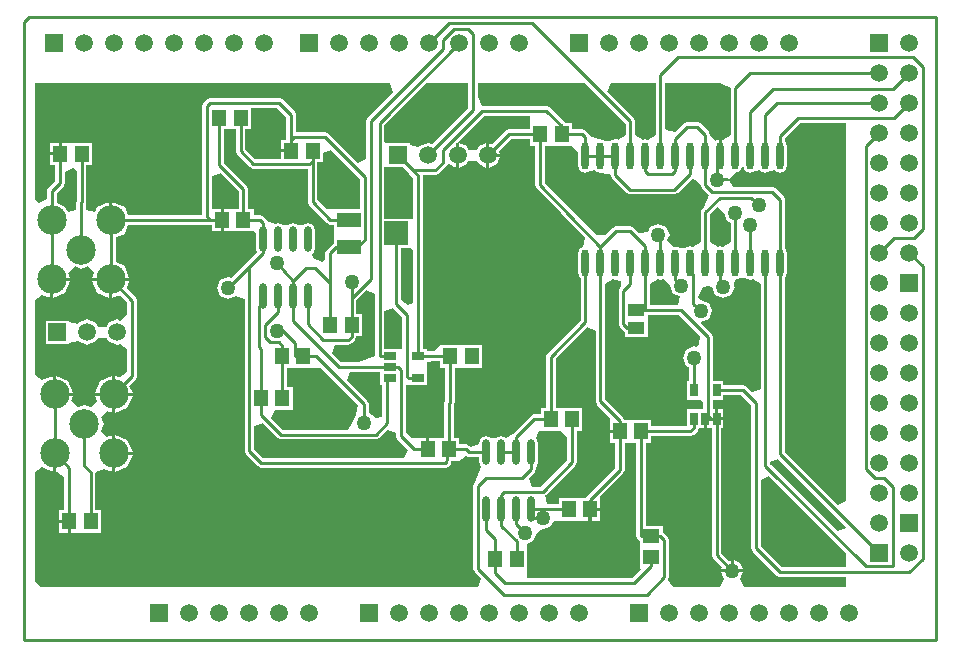
<source format=gtl>
%FSLAX42Y42*%
%MOMM*%
G71*
G01*
G75*
G04 Layer_Physical_Order=1*
G04 Layer_Color=255*
%ADD10R,1.20X1.40*%
%ADD11O,0.60X2.20*%
%ADD12R,1.40X1.20*%
%ADD13R,1.10X0.65*%
%ADD14R,1.40X1.10*%
%ADD15O,0.60X2.30*%
%ADD16R,2.00X1.30*%
%ADD17R,2.00X2.00*%
%ADD18R,0.65X1.10*%
%ADD19C,0.25*%
%ADD20R,1.50X1.50*%
%ADD21C,1.50*%
%ADD22C,2.50*%
%ADD23R,1.50X1.50*%
%ADD24C,1.27*%
G36*
X5355Y2758D02*
Y2490D01*
X5333D01*
Y2490D01*
X5208D01*
Y2806D01*
X5278Y2835D01*
X5355Y2758D01*
D02*
G37*
G36*
X7163Y3070D02*
X7163Y3070D01*
X7163Y3070D01*
X7207Y3062D01*
X7210Y3016D01*
X7202Y3009D01*
X7190Y2979D01*
Y2701D01*
X7190Y2701D01*
X7190Y2701D01*
X7202Y2672D01*
X7235Y2639D01*
X7235Y2639D01*
X7235D01*
X7235Y2639D01*
X7235D01*
Y2639D01*
D01*
D01*
D01*
D01*
X7235D01*
Y2639D01*
D01*
X7245Y2635D01*
Y2588D01*
X7436D01*
Y2738D01*
Y2777D01*
X7702D01*
X7880Y2599D01*
X7873Y2523D01*
X7843Y2504D01*
X7830Y2509D01*
X7762Y2481D01*
X7734Y2413D01*
X7762Y2345D01*
X7789Y2334D01*
Y2220D01*
X7772D01*
Y2059D01*
X7888D01*
D01*
X7888D01*
X7906Y2040D01*
Y1980D01*
X7772D01*
Y1832D01*
X7465D01*
Y1886D01*
X7294D01*
D01*
D01*
X7294Y1886D01*
X7285D01*
Y1886D01*
X7239D01*
X7229Y1910D01*
X7077Y2062D01*
Y3037D01*
X7140Y3080D01*
X7163Y3070D01*
D02*
G37*
G36*
X4608Y2330D02*
X4665Y2330D01*
X4985Y2010D01*
X4970Y1935D01*
X4964Y1932D01*
X4936Y1864D01*
X4936Y1864D01*
X4936Y1864D01*
X4895Y1804D01*
X4349D01*
X4249Y1904D01*
X4278Y1975D01*
X4430D01*
Y2166D01*
X4386D01*
Y2245D01*
X4384Y2251D01*
Y2330D01*
X4428Y2330D01*
D01*
D01*
X4437D01*
Y2330D01*
X4608D01*
Y2330D01*
D02*
G37*
G36*
X5125Y2956D02*
Y2432D01*
D01*
X4995Y2378D01*
X4837D01*
X4761Y2454D01*
X4790Y2524D01*
X4903D01*
X4932Y2536D01*
X4958Y2562D01*
X4970Y2591D01*
Y2597D01*
X5014D01*
Y2788D01*
X4970D01*
Y2900D01*
X5055Y2985D01*
X5125Y2956D01*
D02*
G37*
G36*
X8263Y3088D02*
X8263D01*
X8263Y3088D01*
X8263Y3088D01*
X8306Y3070D01*
X8328Y3080D01*
X8392Y3037D01*
Y2152D01*
X8321Y2123D01*
X8274Y2170D01*
X8245Y2182D01*
X8078D01*
Y2220D01*
X7989D01*
Y2590D01*
X7977Y2619D01*
X7884Y2712D01*
X7884Y2713D01*
X7952Y2741D01*
X7953Y2743D01*
X7953D01*
X7953Y2743D01*
X7980Y2808D01*
X7980D01*
D01*
D01*
X7980D01*
Y2808D01*
D01*
Y2808D01*
X7980Y2809D01*
X7978Y2814D01*
Y2814D01*
X7977Y2819D01*
X7952Y2877D01*
X7951Y2878D01*
Y2878D01*
X7951Y2878D01*
X7884Y2905D01*
X7884Y2905D01*
X7884Y2905D01*
X7864Y2919D01*
Y2925D01*
X7901Y3012D01*
X7956Y3023D01*
X7981Y3012D01*
D01*
X8009Y2944D01*
X8077Y2916D01*
X8144Y2944D01*
Y2944D01*
X8145Y2944D01*
X8173Y3012D01*
X8173Y3014D01*
D01*
X8171Y3017D01*
X8171Y3017D01*
X8166Y3031D01*
X8164Y3035D01*
X8179Y3070D01*
X8179D01*
X8179Y3070D01*
X8221Y3088D01*
Y3088D01*
X8262Y3091D01*
X8263Y3088D01*
D02*
G37*
G36*
X8085Y3643D02*
X8083Y3637D01*
X8111Y3569D01*
X8138Y3558D01*
Y3393D01*
X8074Y3351D01*
X8052Y3360D01*
X8029Y3351D01*
X7966Y3393D01*
Y3630D01*
X8022Y3686D01*
X8085Y3643D01*
D02*
G37*
G36*
X5431Y3342D02*
X5431D01*
X5453Y3320D01*
Y2876D01*
X5410Y2859D01*
X5347Y2901D01*
Y3342D01*
X5431D01*
D01*
D02*
G37*
G36*
X7627Y3029D02*
X7625Y3025D01*
X7654Y2957D01*
X7709Y2934D01*
X7694Y2859D01*
X7458D01*
Y3037D01*
X7521Y3080D01*
X7544Y3070D01*
X7573Y3082D01*
X7627Y3029D01*
D02*
G37*
G36*
X5679Y2330D02*
X5723D01*
Y2050D01*
X5713Y2024D01*
Y1734D01*
X5669Y1734D01*
D01*
X5660D01*
Y1734D01*
X5587D01*
Y1638D01*
X5562D01*
Y1734D01*
X5489D01*
Y1734D01*
X5440Y1734D01*
X5386Y1788D01*
Y2184D01*
X5412D01*
Y2184D01*
X5572D01*
Y2300D01*
D01*
Y2300D01*
X5572Y2300D01*
Y2374D01*
X5630Y2384D01*
D01*
X5679D01*
Y2330D01*
D02*
G37*
G36*
X9119Y983D02*
Y973D01*
X9048Y944D01*
X8474Y1518D01*
Y1528D01*
X8544Y1557D01*
X9119Y983D01*
D02*
G37*
G36*
X6995Y2641D02*
Y2045D01*
X6995Y2045D01*
X6995Y2045D01*
X7007Y2016D01*
X7121Y1901D01*
X7114Y1886D01*
X7114D01*
X7114Y1886D01*
Y1803D01*
X7200D01*
Y1778D01*
X7114D01*
Y1695D01*
X7159D01*
Y1480D01*
X6919Y1240D01*
X6913Y1226D01*
X6907D01*
X6907Y1226D01*
X6907Y1226D01*
X6863Y1226D01*
X6858D01*
X6853D01*
X6809Y1226D01*
X6809Y1226D01*
X6809Y1226D01*
X6683D01*
Y1172D01*
X6612D01*
X6609Y1173D01*
X6581D01*
X6566Y1248D01*
X6575Y1251D01*
Y1251D01*
X6575Y1251D01*
X6575Y1251D01*
Y1251D01*
X6825Y1501D01*
X6837Y1530D01*
X6837Y1530D01*
X6837Y1530D01*
Y1797D01*
X6881D01*
Y1988D01*
X6755D01*
X6755Y1988D01*
X6755Y1988D01*
X6710Y1988D01*
X6701D01*
Y1988D01*
X6657Y1988D01*
Y2402D01*
X6924Y2670D01*
X6995Y2641D01*
D02*
G37*
G36*
X8313Y2015D02*
Y803D01*
X8313Y803D01*
X8313Y803D01*
X8325Y773D01*
X8529Y569D01*
X8529Y569D01*
X8529D01*
X8529Y569D01*
X8529D01*
Y569D01*
D01*
D01*
D01*
D01*
X8529D01*
Y569D01*
D01*
X8559Y557D01*
X9119D01*
Y470D01*
X8250D01*
X8219Y544D01*
X8242Y599D01*
X8060D01*
X8083Y544D01*
X8052Y470D01*
X7652D01*
X7610Y533D01*
X7618Y554D01*
X7618Y554D01*
X7618Y554D01*
Y870D01*
X7606Y899D01*
X7573Y932D01*
X7563Y936D01*
Y988D01*
X7421D01*
Y1695D01*
X7465D01*
Y1749D01*
X7798D01*
X7827Y1762D01*
X7827Y1762D01*
X7827Y1762D01*
X7859Y1794D01*
X7869Y1819D01*
X7912D01*
Y1899D01*
X7938D01*
Y1819D01*
X7979D01*
Y743D01*
X7991Y714D01*
X8066Y639D01*
X8060Y625D01*
X8138D01*
Y703D01*
X8124Y697D01*
X8061Y760D01*
Y1819D01*
X8078D01*
Y1887D01*
X8020D01*
Y1899D01*
X8007D01*
Y1980D01*
X7989D01*
Y2059D01*
X8078D01*
Y2100D01*
X8228D01*
X8313Y2015D01*
D02*
G37*
G36*
X9119Y757D02*
Y639D01*
X8576D01*
X8395Y820D01*
Y1381D01*
X8466Y1410D01*
X9119Y757D01*
D02*
G37*
G36*
X6754Y1743D02*
Y1547D01*
X6528Y1321D01*
X6458D01*
X6429Y1392D01*
X6481Y1444D01*
X6493Y1473D01*
X6493D01*
D01*
X6493Y1473D01*
X6493D01*
X6493D01*
X6493D01*
X6493Y1473D01*
X6512Y1532D01*
D01*
X6512Y1532D01*
X6512Y1532D01*
Y1692D01*
X6494Y1734D01*
X6494Y1734D01*
D01*
D01*
X6520Y1797D01*
X6530D01*
Y1797D01*
X6700D01*
X6754Y1743D01*
D02*
G37*
G36*
X5172Y2279D02*
Y2184D01*
X5189D01*
Y1913D01*
X5132Y1902D01*
X5102Y1926D01*
X5100Y1932D01*
X5090Y1937D01*
X5073Y1950D01*
Y2022D01*
X5061Y2051D01*
X4887Y2225D01*
X4916Y2296D01*
X5172D01*
Y2279D01*
D02*
G37*
G36*
X4303Y1734D02*
X4303D01*
X4303Y1734D01*
X4303D01*
Y1734D01*
D01*
X4303D01*
Y1734D01*
X4332Y1722D01*
X5133D01*
X5162Y1734D01*
X5234Y1805D01*
X5304Y1776D01*
Y1754D01*
X5316Y1725D01*
X5405Y1636D01*
X5376Y1565D01*
X4183D01*
X4105Y1643D01*
Y1832D01*
X4176Y1861D01*
X4303Y1734D01*
D02*
G37*
G36*
X7339Y903D02*
X7351Y874D01*
X7372Y865D01*
Y817D01*
X7372Y817D01*
X7372Y808D01*
X7372D01*
Y637D01*
X7372Y637D01*
X7372D01*
X7379Y622D01*
X7302Y546D01*
X6411D01*
Y616D01*
X6411D01*
Y807D01*
X6411D01*
Y840D01*
X6469Y864D01*
X6497Y932D01*
X6497D01*
D01*
Y932D01*
X6497D01*
D01*
X6524Y955D01*
X6553Y961D01*
X6553Y960D01*
X6555Y961D01*
X6555Y961D01*
X6555D01*
Y961D01*
D01*
X6620Y988D01*
X6620Y988D01*
Y988D01*
X6621Y989D01*
X6640Y1035D01*
X6683D01*
X6683D01*
X6704Y1035D01*
X6704Y1035D01*
X6704Y1035D01*
X6853D01*
Y1035D01*
X6863D01*
X6907Y1035D01*
X6907Y1035D01*
X6907Y1035D01*
X6935D01*
Y1130D01*
X6948D01*
Y1143D01*
X7033D01*
Y1226D01*
X7033Y1226D01*
X7033D01*
X7030Y1235D01*
X7229Y1434D01*
X7229Y1434D01*
X7229Y1434D01*
X7241Y1463D01*
Y1695D01*
X7285Y1695D01*
D01*
D01*
X7294D01*
D01*
X7339Y1695D01*
Y903D01*
D02*
G37*
G36*
X7503Y4303D02*
X7439Y4261D01*
X7417Y4270D01*
X7394Y4261D01*
X7331Y4303D01*
Y4415D01*
X7319Y4444D01*
X7096Y4667D01*
X7125Y4737D01*
X7503D01*
Y4303D01*
D02*
G37*
G36*
X4377Y4453D02*
Y4261D01*
X4333D01*
Y4178D01*
X4419D01*
Y4153D01*
X4333D01*
Y4098D01*
X4115D01*
X4030Y4183D01*
Y4350D01*
X4074D01*
Y4531D01*
X4300D01*
X4377Y4453D01*
D02*
G37*
G36*
X5281Y4667D02*
X5065Y4450D01*
X5053Y4421D01*
Y4094D01*
X4983Y4065D01*
X4736Y4312D01*
X4707Y4324D01*
X4460D01*
Y4470D01*
X4448Y4500D01*
X4346Y4601D01*
X4317Y4613D01*
X3734D01*
X3705Y4601D01*
X3679Y4576D01*
X3667Y4547D01*
Y3623D01*
X3364D01*
X3355Y3619D01*
X3037D01*
X3007Y3693D01*
X2904Y3735D01*
Y3577D01*
X2879D01*
Y3735D01*
X2776Y3693D01*
X2758Y3647D01*
X2683Y3662D01*
Y3732D01*
X2684Y3735D01*
Y4045D01*
X2728D01*
Y4236D01*
X2602D01*
X2602Y4236D01*
X2602Y4236D01*
X2557Y4236D01*
X2553D01*
X2548D01*
X2503Y4236D01*
X2503Y4236D01*
X2503Y4236D01*
X2475D01*
Y4140D01*
X2463D01*
Y4128D01*
X2377D01*
Y4045D01*
X2421D01*
Y3911D01*
X2362Y3852D01*
X2350Y3823D01*
Y3762D01*
X2283Y3726D01*
X2248Y3749D01*
Y4737D01*
X5252D01*
X5281Y4667D01*
D02*
G37*
G36*
X7249Y4397D02*
Y4303D01*
X7185Y4261D01*
X7183Y4262D01*
D01*
X7163Y4270D01*
X7120Y4253D01*
Y4253D01*
X7080Y4250D01*
X7078Y4253D01*
X7078D01*
X7078Y4253D01*
X7078Y4253D01*
X7036Y4270D01*
X7016Y4262D01*
X6945Y4291D01*
X6938Y4309D01*
X6913Y4334D01*
X6883Y4347D01*
X6792D01*
Y4401D01*
X6737D01*
X6736Y4404D01*
X6608Y4533D01*
X6579Y4545D01*
X6030D01*
X5998Y4623D01*
Y4737D01*
X6909D01*
X7249Y4397D01*
D02*
G37*
G36*
X5915Y4526D02*
X5611Y4221D01*
X5575Y4236D01*
X5498Y4204D01*
X5496Y4199D01*
X5422Y4214D01*
Y4228D01*
X5221D01*
D01*
X5221D01*
X5208Y4241D01*
Y4387D01*
X5557Y4737D01*
X5915D01*
Y4526D01*
D02*
G37*
G36*
X6792Y4210D02*
X6795D01*
X6849Y4156D01*
Y4040D01*
X6866Y3998D01*
X6909Y3980D01*
X6951Y3998D01*
Y3998D01*
X6992Y4001D01*
X6993Y3998D01*
X6993D01*
X6993Y3998D01*
X6993Y3998D01*
X7036Y3980D01*
X7036Y3980D01*
X7036Y3980D01*
X7105Y3966D01*
X7123Y3958D01*
X7134Y3933D01*
X7258Y3809D01*
X7287Y3797D01*
X7663D01*
X7692Y3809D01*
X7813Y3930D01*
X7842Y3918D01*
X7884Y3876D01*
X7884Y3876D01*
Y3876D01*
X7896Y3847D01*
X7952Y3791D01*
X7911Y3691D01*
X7896Y3676D01*
X7884Y3647D01*
Y3393D01*
X7820Y3351D01*
X7818Y3352D01*
D01*
X7798Y3360D01*
X7755Y3343D01*
Y3343D01*
X7715Y3340D01*
X7713Y3343D01*
X7713D01*
X7713Y3343D01*
X7713Y3343D01*
X7671Y3360D01*
X7658Y3355D01*
X7604Y3409D01*
X7622Y3452D01*
X7622Y3452D01*
X7594Y3520D01*
Y3520D01*
D01*
D01*
D01*
X7526Y3548D01*
X7524Y3547D01*
Y3547D01*
X7458Y3520D01*
X7442Y3481D01*
X7367Y3466D01*
X7319Y3514D01*
X7290Y3526D01*
X7168D01*
X7139Y3514D01*
X7075Y3450D01*
X6998Y3451D01*
X6568Y3894D01*
Y4210D01*
X6612Y4210D01*
D01*
D01*
X6621D01*
Y4210D01*
X6792D01*
Y4210D01*
D02*
G37*
G36*
X6441Y4401D02*
X6441D01*
X6441Y4347D01*
X6261D01*
X6232Y4334D01*
X6119Y4221D01*
X6096Y4231D01*
Y4140D01*
X6187D01*
X6177Y4163D01*
X6278Y4264D01*
X6441D01*
Y4210D01*
X6485D01*
Y3877D01*
X6491Y3863D01*
X6497Y3848D01*
X6906Y3427D01*
X6891Y3353D01*
X6866Y3343D01*
X6849Y3300D01*
Y3130D01*
X6866Y3088D01*
X6868Y3087D01*
Y2730D01*
X6586Y2449D01*
X6574Y2420D01*
Y1988D01*
X6530D01*
Y1934D01*
X6477D01*
X6448Y1921D01*
X6295Y1769D01*
X6295Y1769D01*
Y1769D01*
X6240Y1734D01*
X6240Y1734D01*
Y1734D01*
X6198Y1752D01*
X6155Y1734D01*
X6155Y1734D01*
X6155Y1734D01*
X6155D01*
X6154Y1731D01*
X6113Y1734D01*
Y1734D01*
X6071Y1752D01*
X6028Y1734D01*
X6011Y1692D01*
Y1683D01*
X5940Y1654D01*
X5927Y1667D01*
X5898Y1680D01*
X5840D01*
Y1734D01*
X5795D01*
Y2010D01*
X5806Y2035D01*
Y2330D01*
X5850Y2330D01*
D01*
D01*
Y2330D01*
X5850D01*
X5859D01*
X5904Y2330D01*
X5904Y2330D01*
X5904Y2330D01*
X6030D01*
Y2521D01*
X5904D01*
X5904Y2521D01*
X5904Y2521D01*
X5859Y2521D01*
X5855D01*
X5850D01*
X5805Y2521D01*
X5805Y2521D01*
X5805Y2521D01*
X5679D01*
Y2521D01*
X5625Y2473D01*
X5624Y2473D01*
X5624Y2473D01*
X5624Y2473D01*
X5572D01*
Y2490D01*
X5535D01*
Y3955D01*
X5538Y3959D01*
X5639D01*
X5668Y3971D01*
X5668Y3971D01*
X5668Y3971D01*
X5731Y4035D01*
X5735Y4043D01*
X5752Y4051D01*
D01*
D01*
X5817Y4024D01*
Y4127D01*
Y4231D01*
X5829Y4236D01*
X5829Y4236D01*
X6047Y4462D01*
X6441D01*
Y4401D01*
D02*
G37*
G36*
X9119Y1199D02*
X9048Y1170D01*
X8601Y1617D01*
Y3087D01*
X8602Y3088D01*
X8620Y3130D01*
Y3300D01*
X8602Y3343D01*
X8601Y3343D01*
Y3752D01*
X8589Y3781D01*
X8521Y3849D01*
X8492Y3861D01*
X8163D01*
X8123Y3922D01*
X8117Y3909D01*
X8026D01*
Y3934D01*
X8117D01*
X8123Y3922D01*
X8174Y3982D01*
X8179Y3980D01*
X8221Y3998D01*
X8221Y3998D01*
X8221Y3998D01*
X8221D01*
X8246Y4040D01*
D01*
D01*
X8263Y3998D01*
X8306Y3980D01*
X8348Y3998D01*
Y3998D01*
X8389Y4001D01*
X8390Y3998D01*
X8390D01*
X8390Y3998D01*
X8390Y3998D01*
X8433Y3980D01*
X8475Y3998D01*
Y3998D01*
X8516Y4001D01*
X8517Y3998D01*
X8517D01*
X8517Y3998D01*
X8517Y3998D01*
X8560Y3980D01*
X8602Y3998D01*
X8620Y4040D01*
Y4210D01*
X8602Y4253D01*
X8601Y4253D01*
Y4276D01*
X8729Y4404D01*
X9119D01*
Y1199D01*
D02*
G37*
G36*
X8138Y4699D02*
Y4303D01*
X8074Y4261D01*
X8064Y4265D01*
Y4125D01*
X8039D01*
Y4265D01*
X8009Y4253D01*
X8009Y4253D01*
X7966Y4300D01*
X7966Y4300D01*
X7954Y4329D01*
X7885Y4398D01*
X7885Y4398D01*
X7856Y4410D01*
X7772D01*
X7743Y4398D01*
X7669Y4324D01*
X7594Y4339D01*
X7585Y4361D01*
Y4737D01*
X8046D01*
X8138Y4699D01*
D02*
G37*
G36*
X3973Y3826D02*
Y3677D01*
X3929Y3677D01*
D01*
X3920D01*
Y3677D01*
X3847D01*
Y3581D01*
Y3486D01*
X3920D01*
Y3486D01*
X3920D01*
X3920Y3486D01*
X3929D01*
Y3486D01*
X4100D01*
D01*
X4100D01*
X4118Y3467D01*
Y3335D01*
X4130Y3307D01*
X4035Y3212D01*
X3913Y3090D01*
X3888Y3100D01*
Y3100D01*
X3888D01*
X3888D01*
Y3100D01*
D01*
X3886Y3101D01*
X3818Y3073D01*
X3817Y3071D01*
X3817D01*
D01*
Y3071D01*
X3817D01*
D01*
X3790Y3005D01*
X3818Y2937D01*
X3886Y2909D01*
X3953Y2936D01*
X3953Y2936D01*
X3953Y2936D01*
X3954Y2937D01*
X4023Y2908D01*
Y1626D01*
X4023Y1626D01*
X4023Y1626D01*
X4035Y1596D01*
X4136Y1495D01*
X4136Y1495D01*
X4136D01*
X4136Y1495D01*
X4136D01*
Y1495D01*
D01*
D01*
D01*
D01*
X4136D01*
Y1495D01*
D01*
X4166Y1483D01*
X5729D01*
X5740Y1487D01*
X5751Y1489D01*
X5754Y1493D01*
X5758Y1495D01*
X5762Y1506D01*
X5769Y1515D01*
X5775Y1543D01*
X5840D01*
Y1543D01*
X5895Y1582D01*
Y1582D01*
X5895Y1582D01*
X5925Y1570D01*
X6011D01*
Y1532D01*
X6028Y1489D01*
X5974Y1359D01*
X5973Y1358D01*
X5961Y1328D01*
Y625D01*
X5961Y625D01*
X5961Y625D01*
X5973Y596D01*
X6028Y540D01*
X5999Y470D01*
X2299D01*
X2261Y508D01*
X2248Y521D01*
Y1443D01*
X2311Y1485D01*
X2404Y1447D01*
Y1604D01*
X2430D01*
Y1447D01*
X2434Y1449D01*
X2498Y1406D01*
Y1124D01*
X2454D01*
Y1041D01*
X2539D01*
Y1029D01*
X2552D01*
Y933D01*
X2624D01*
Y933D01*
X2634D01*
X2678Y933D01*
X2678Y933D01*
X2678Y933D01*
X2804D01*
Y1124D01*
X2760D01*
Y1438D01*
X2780Y1451D01*
X2837Y1475D01*
X2904Y1447D01*
Y1604D01*
Y1762D01*
X2860Y1743D01*
X2806Y1797D01*
X2830Y1854D01*
X2806Y1911D01*
X2860Y1965D01*
X2904Y1947D01*
Y2092D01*
X2759D01*
X2778Y2047D01*
X2724Y1993D01*
X2667Y2017D01*
X2610Y1993D01*
X2556Y2047D01*
X2575Y2092D01*
X2417D01*
Y2104D01*
X2404D01*
Y2262D01*
X2311Y2223D01*
X2248Y2266D01*
Y2906D01*
X2311Y2948D01*
X2379Y2920D01*
Y3077D01*
X2392D01*
Y3090D01*
X2549D01*
X2531Y3134D01*
X2585Y3188D01*
X2642Y3165D01*
X2698Y3188D01*
X2752Y3134D01*
X2734Y3090D01*
X3049D01*
X3007Y3193D01*
X2933Y3223D01*
Y3432D01*
X3007Y3462D01*
X3037Y3536D01*
X3360D01*
X3370Y3540D01*
X3749D01*
Y3486D01*
X3822D01*
Y3581D01*
Y3677D01*
X3750D01*
Y3950D01*
X3820Y3979D01*
X3973Y3826D01*
D02*
G37*
G36*
X3948Y4166D02*
X3948Y4166D01*
X3948Y4166D01*
X3960Y4136D01*
X4069Y4027D01*
X4098Y4015D01*
X4557D01*
Y3733D01*
X4557Y3733D01*
X4557Y3733D01*
X4569Y3704D01*
X4721Y3553D01*
X4721Y3553D01*
X4721D01*
X4721Y3553D01*
X4721D01*
Y3553D01*
D01*
D01*
D01*
D01*
X4721D01*
Y3553D01*
D01*
X4750Y3541D01*
X4780D01*
X4780Y3492D01*
X4780D01*
X4780Y3442D01*
X4780D01*
Y3385D01*
X4771Y3381D01*
X4720Y3329D01*
X4707Y3300D01*
Y3249D01*
X4675Y3228D01*
X4605Y3257D01*
X4598Y3291D01*
X4602Y3293D01*
X4619Y3335D01*
Y3495D01*
X4602Y3537D01*
X4559Y3555D01*
X4517Y3537D01*
Y3537D01*
X4476Y3535D01*
X4475Y3537D01*
X4475D01*
X4475Y3537D01*
X4475Y3537D01*
X4432Y3555D01*
X4390Y3537D01*
X4390Y3537D01*
X4390Y3537D01*
X4390D01*
X4388Y3535D01*
X4348Y3537D01*
Y3537D01*
X4305Y3555D01*
X4282Y3545D01*
X4212Y3575D01*
X4207Y3585D01*
X4182Y3611D01*
X4153Y3623D01*
X4100D01*
Y3677D01*
X4056D01*
Y3843D01*
X4043Y3872D01*
X3850Y4066D01*
Y4350D01*
X3894Y4350D01*
D01*
D01*
X3904D01*
D01*
X3948Y4350D01*
Y4166D01*
D02*
G37*
G36*
X5002Y3928D02*
Y3673D01*
X4780D01*
Y3673D01*
X4718Y3673D01*
X4640Y3750D01*
Y4070D01*
X4684D01*
Y4147D01*
X4754Y4176D01*
X5002Y3928D01*
D02*
G37*
G36*
X5419Y3971D02*
X5453Y3938D01*
Y3592D01*
X5431D01*
Y3592D01*
X5208D01*
Y4027D01*
X5221D01*
Y4027D01*
X5363D01*
X5419Y3971D01*
D02*
G37*
G36*
X2601Y3991D02*
Y3736D01*
X2600Y3734D01*
Y3662D01*
X2526Y3647D01*
X2507Y3693D01*
X2433Y3723D01*
Y3806D01*
X2492Y3865D01*
X2504Y3894D01*
X2504Y3894D01*
X2504Y3894D01*
Y3989D01*
X2574Y4018D01*
X2601Y3991D01*
D02*
G37*
%LPC*%
G36*
X2930Y1762D02*
Y1617D01*
X3075D01*
X3032Y1719D01*
X2930Y1762D01*
D02*
G37*
G36*
X8164Y703D02*
Y625D01*
X8242D01*
X8235Y642D01*
X8220Y679D01*
D01*
X8219Y680D01*
D01*
Y680D01*
D01*
D01*
D01*
D01*
X8219D01*
X8219Y680D01*
X8164Y703D01*
D02*
G37*
G36*
X2526Y1016D02*
X2454D01*
Y933D01*
X2526D01*
Y1016D01*
D02*
G37*
G36*
X3075Y1591D02*
X2930D01*
Y1447D01*
X3032Y1489D01*
X3075Y1591D01*
D02*
G37*
G36*
X7033Y1118D02*
X6961D01*
Y1035D01*
X7033D01*
Y1118D01*
D02*
G37*
G36*
X6187Y4115D02*
X6096D01*
Y4024D01*
X6160Y4051D01*
X6187Y4115D01*
D02*
G37*
G36*
X2450Y4236D02*
X2377D01*
Y4153D01*
X2450D01*
Y4236D01*
D02*
G37*
G36*
X3049Y3065D02*
X2904D01*
Y2920D01*
X2965Y2945D01*
X3030Y2881D01*
Y2772D01*
X2966Y2729D01*
X2946Y2738D01*
X2870Y2706D01*
X2858Y2677D01*
X2781D01*
X2769Y2706D01*
X2692Y2738D01*
X2616Y2706D01*
X2614Y2701D01*
X2539Y2716D01*
Y2729D01*
X2338D01*
Y2528D01*
X2539D01*
Y2542D01*
X2614Y2557D01*
X2616Y2552D01*
X2692Y2520D01*
X2769Y2552D01*
X2781Y2581D01*
X2858D01*
X2870Y2552D01*
X2946Y2520D01*
X2966Y2528D01*
X3030Y2486D01*
Y2289D01*
X2966Y2247D01*
X2930Y2262D01*
Y2117D01*
X3075D01*
X3049Y2178D01*
X3100Y2229D01*
X3112Y2258D01*
Y2898D01*
X3100Y2927D01*
X3024Y3004D01*
X3049Y3065D01*
D02*
G37*
G36*
X2879D02*
X2734D01*
X2776Y2962D01*
X2879Y2920D01*
Y3065D01*
D02*
G37*
G36*
X2549D02*
X2404D01*
Y2920D01*
X2507Y2962D01*
X2549Y3065D01*
D02*
G37*
G36*
X8078Y1980D02*
X8033D01*
Y1912D01*
X8078D01*
Y1980D01*
D02*
G37*
G36*
X6071Y4231D02*
X6006Y4204D01*
X5994Y4175D01*
X5918D01*
X5906Y4204D01*
X5842Y4231D01*
Y4127D01*
Y4024D01*
X5906Y4051D01*
X5918Y4080D01*
X5994D01*
X6006Y4051D01*
X6071Y4024D01*
Y4127D01*
Y4231D01*
D02*
G37*
G36*
X3075Y2092D02*
X2930D01*
Y1947D01*
X3032Y1989D01*
X3075Y2092D01*
D02*
G37*
G36*
X2904Y2262D02*
X2802Y2219D01*
X2759Y2117D01*
X2904D01*
Y2262D01*
D02*
G37*
G36*
X2430D02*
Y2117D01*
X2575D01*
X2532Y2219D01*
X2430Y2262D01*
D02*
G37*
%LPD*%
D10*
X6616Y1892D02*
D03*
X6796D02*
D03*
X5754Y1638D02*
D03*
X5574D02*
D03*
X2539Y1029D02*
D03*
X2719D02*
D03*
X2463Y4140D02*
D03*
X2643D02*
D03*
X6326Y711D02*
D03*
X6146D02*
D03*
X4929Y2692D02*
D03*
X4749D02*
D03*
X5765Y2426D02*
D03*
X5945D02*
D03*
X6527Y4305D02*
D03*
X6707D02*
D03*
X4344Y2070D02*
D03*
X4164D02*
D03*
X3809Y4445D02*
D03*
X3989D02*
D03*
X4419Y4166D02*
D03*
X4599D02*
D03*
X4014Y3581D02*
D03*
X3834D02*
D03*
X6948Y1130D02*
D03*
X6768D02*
D03*
X7380Y1791D02*
D03*
X7200D02*
D03*
X4342Y2426D02*
D03*
X4522D02*
D03*
D11*
X6071Y1132D02*
D03*
X6198D02*
D03*
X6325D02*
D03*
X6452D02*
D03*
X6071Y1612D02*
D03*
X6198D02*
D03*
X6325D02*
D03*
X6452D02*
D03*
X4178Y2935D02*
D03*
X4305D02*
D03*
X4432D02*
D03*
X4559D02*
D03*
X4178Y3415D02*
D03*
X4305D02*
D03*
X4432D02*
D03*
X4559D02*
D03*
D12*
X7468Y723D02*
D03*
Y903D02*
D03*
D13*
X5492Y2432D02*
D03*
Y2242D02*
D03*
X5252D02*
D03*
Y2337D02*
D03*
Y2432D02*
D03*
D14*
X7341Y2818D02*
D03*
Y2668D02*
D03*
D15*
X6909Y3215D02*
D03*
X7036D02*
D03*
X7163D02*
D03*
X7290D02*
D03*
X7417D02*
D03*
X7544D02*
D03*
X7671D02*
D03*
X7798D02*
D03*
X7925D02*
D03*
X8052D02*
D03*
X8179D02*
D03*
X8306D02*
D03*
X8433D02*
D03*
X8560D02*
D03*
X6909Y4125D02*
D03*
X7036D02*
D03*
X7163D02*
D03*
X7290D02*
D03*
X7417D02*
D03*
X7544D02*
D03*
X7671D02*
D03*
X7798D02*
D03*
X7925D02*
D03*
X8052D02*
D03*
X8179D02*
D03*
X8306D02*
D03*
X8433D02*
D03*
X8560D02*
D03*
D16*
X4905Y3352D02*
D03*
Y3582D02*
D03*
D17*
X5305Y3467D02*
D03*
D18*
X7830Y1899D02*
D03*
X7925D02*
D03*
X8020D02*
D03*
Y2139D02*
D03*
X7830D02*
D03*
D19*
X8020Y2141D02*
X8245D01*
X7798Y3127D02*
X7823D01*
X5321Y4128D02*
X5448Y4001D01*
X5494Y3955D01*
X5448Y4001D02*
X5639D01*
X5494Y2432D02*
Y3955D01*
Y2432D02*
X5624D01*
X5492D02*
X5494D01*
X4064Y1626D02*
Y3183D01*
X3886Y3005D02*
X4064Y3183D01*
X6452Y1132D02*
X6609D01*
X6452Y1057D02*
X6553D01*
X4929Y2917D02*
X5094Y3083D01*
X4929Y2917D02*
Y3059D01*
X8026Y3922D02*
Y4125D01*
X7417Y2818D02*
Y3215D01*
Y2818D02*
X7719D01*
X7341D02*
X7417D01*
X7948Y1927D02*
X7976Y1899D01*
X4419Y4256D02*
X4445Y4282D01*
X4419Y4256D02*
Y4470D01*
Y4166D02*
Y4256D01*
X3734Y3581D02*
X3834D01*
X3364D02*
X3734D01*
X3708Y3607D02*
X3734Y3581D01*
X4622Y3175D02*
X4749Y3048D01*
Y3300D01*
X4599Y4083D02*
Y4166D01*
Y3733D02*
Y4083D01*
X4572Y4056D02*
X4599Y4083D01*
X4450Y2426D02*
Y2540D01*
X5230Y1859D02*
Y2242D01*
X4148Y2851D02*
X4178D01*
X2667Y1495D02*
Y1854D01*
Y1495D02*
X2719Y1443D01*
Y1029D02*
Y1443D01*
X2643Y3735D02*
Y4140D01*
X2642Y3734D02*
X2643Y3735D01*
X2642Y3327D02*
Y3734D01*
X8020Y2139D02*
Y2141D01*
X8245D02*
X8354Y2032D01*
Y803D02*
Y2032D01*
Y803D02*
X8559Y598D01*
X9653D01*
X9766Y711D01*
Y3188D01*
X9652Y3302D02*
X9766Y3188D01*
X7290Y4125D02*
Y4415D01*
X6460Y5244D02*
X7290Y4415D01*
X5752Y5244D02*
X6460D01*
X5588Y5080D02*
X5752Y5244D01*
X8179Y4125D02*
Y4699D01*
X8306Y4826D01*
X9398D01*
X8433Y1501D02*
Y3215D01*
Y1501D02*
X9285Y649D01*
X9512D01*
Y1321D01*
X9436Y1397D02*
X9512Y1321D01*
X9360Y1397D02*
X9436D01*
X9284Y1473D02*
X9360Y1397D01*
X9284Y1473D02*
Y4204D01*
X9398Y4318D01*
X8179Y3215D02*
Y3637D01*
X7671Y3076D02*
Y3215D01*
Y3076D02*
X7722Y3025D01*
X7544Y3215D02*
Y3434D01*
X7526Y3452D02*
X7544Y3434D01*
X7830Y2139D02*
Y2413D01*
X4178Y3297D02*
Y3415D01*
X4064Y3183D02*
X4178Y3297D01*
X4064Y1626D02*
X4166Y1524D01*
X5729D01*
X5754Y1638D01*
X4929Y2692D02*
Y2917D01*
X5094Y3083D02*
Y4421D01*
X5702Y5029D01*
Y5103D01*
X5793Y5193D01*
X5914D01*
X5956Y5151D01*
Y4508D02*
Y5151D01*
X5575Y4128D02*
X5956Y4508D01*
X7036Y3215D02*
Y3353D01*
X6527Y3877D02*
X7036Y3353D01*
X6527Y3877D02*
Y4305D01*
X6261D02*
X6527D01*
X6083Y4128D02*
X6261Y4305D01*
X2539Y1029D02*
Y1482D01*
X2417Y1604D02*
X2539Y1482D01*
X2892Y3077D02*
X3071Y2898D01*
Y2258D02*
Y2898D01*
X2917Y2104D02*
X3071Y2258D01*
X4749Y3300D02*
X4801Y3352D01*
X4905D01*
X4300Y3216D02*
X4432Y3061D01*
X4300Y2644D02*
X4346D01*
X4450Y2540D01*
Y2426D02*
X4522D01*
X4432Y2724D02*
Y2935D01*
Y2724D02*
X4820Y2337D01*
X5252D01*
X4559Y2697D02*
Y2935D01*
Y2697D02*
X4690Y2565D01*
X4903D01*
X4929Y2591D01*
Y2692D01*
X4178Y2851D02*
Y2935D01*
X4148Y2508D02*
Y2851D01*
Y2508D02*
X4164Y2492D01*
Y2070D02*
Y2492D01*
X4305Y2799D02*
Y2935D01*
X4199Y2692D02*
X4305Y2799D01*
X4199Y2586D02*
Y2692D01*
Y2586D02*
X4242Y2543D01*
X4314D01*
X4342Y2515D01*
Y2426D02*
Y2515D01*
X5230Y2242D02*
X5252D01*
X5133Y1763D02*
X5230Y1859D01*
X4332Y1763D02*
X5133D01*
X4164Y1930D02*
X4332Y1763D01*
X4164Y1930D02*
Y2070D01*
X6198Y992D02*
Y1132D01*
Y992D02*
X6326Y864D01*
Y711D02*
Y864D01*
X6325Y1008D02*
Y1132D01*
Y1008D02*
X6401Y932D01*
X5032Y1864D02*
Y2022D01*
X4628Y2426D02*
X5032Y2022D01*
X4522Y2426D02*
X4628D01*
X5410Y2242D02*
X5492D01*
X5396Y2256D02*
X5410Y2242D01*
X5396Y2256D02*
Y2775D01*
X5305Y2866D02*
X5396Y2775D01*
X5305Y2866D02*
Y3467D01*
X5461Y1638D02*
X5574D01*
X5345Y1754D02*
X5461Y1638D01*
X5345Y1754D02*
Y2314D01*
X5322Y2337D02*
X5345Y2314D01*
X5252Y2337D02*
X5322D01*
X4445Y4282D02*
X4707D01*
X5044Y3946D01*
Y3415D02*
Y3946D01*
X4981Y3352D02*
X5044Y3415D01*
X4905Y3352D02*
X4981D01*
X4749Y2692D02*
Y3048D01*
X4547Y3175D02*
X4622D01*
X4432Y3061D02*
X4547Y3175D01*
X4432Y2935D02*
Y3061D01*
X4317Y4572D02*
X4419Y4470D01*
X3734Y4572D02*
X4317D01*
X3708Y4547D02*
X3734Y4572D01*
X3708Y3607D02*
Y4547D01*
X6707Y4305D02*
Y4375D01*
X6579Y4503D02*
X6707Y4375D01*
X6030Y4503D02*
X6579D01*
X5702Y4176D02*
X6030Y4503D01*
X5702Y4064D02*
Y4176D01*
X5639Y4001D02*
X5702Y4064D01*
X8020Y743D02*
Y1899D01*
Y743D02*
X8151Y612D01*
X8560Y3215D02*
Y3752D01*
X8492Y3820D02*
X8560Y3752D01*
X7981Y3820D02*
X8492D01*
X7925Y3876D02*
X7981Y3820D01*
X7925Y3876D02*
Y4125D01*
Y3215D02*
Y3647D01*
X8047Y3769D01*
X8314D01*
X8378Y3705D01*
X8306Y3215D02*
Y3536D01*
X8026Y4125D02*
X8052D01*
X6452Y1057D02*
Y1132D01*
X5166Y2432D02*
X5252D01*
X5166D02*
Y4404D01*
X5842Y5080D01*
X7671Y4125D02*
Y4267D01*
X7772Y4369D01*
X7856D01*
X7925Y4300D01*
Y4125D02*
Y4300D01*
X7417Y3995D02*
Y4125D01*
Y3995D02*
X7442Y3970D01*
X7645D01*
X7671Y3995D01*
Y4125D01*
X7163Y3962D02*
Y4125D01*
Y3962D02*
X7287Y3838D01*
X7663D01*
X7798Y3973D01*
Y4125D01*
X6325Y1612D02*
Y1740D01*
X6477Y1892D01*
X6616D01*
X7036Y3353D02*
X7168Y3485D01*
X7290D01*
X7417Y3358D01*
Y3215D02*
Y3358D01*
X6909Y2713D02*
Y3215D01*
X6616Y2420D02*
X6909Y2713D01*
X6616Y1892D02*
Y2420D01*
X7036Y2045D02*
Y3215D01*
Y2045D02*
X7200Y1881D01*
Y1791D02*
Y1881D01*
X7264Y2668D02*
X7341D01*
X7231Y2701D02*
X7264Y2668D01*
X7231Y2701D02*
Y2979D01*
X7290Y3038D01*
Y3215D01*
X8052Y3038D02*
Y3215D01*
Y3038D02*
X8077Y3012D01*
X7798Y3127D02*
Y3215D01*
X7823Y2870D02*
Y3127D01*
Y2870D02*
X7884Y2809D01*
X7976Y1899D02*
X8020D01*
X7948Y1927D02*
Y2590D01*
X7719Y2818D02*
X7948Y2590D01*
X8306Y4125D02*
Y4498D01*
X8494Y4686D01*
X9512D01*
X9652Y4826D01*
X7544Y4125D02*
Y4811D01*
X7696Y4963D01*
X9680D01*
X9766Y4877D01*
Y3505D02*
Y4877D01*
X9690Y3429D02*
X9766Y3505D01*
X9525Y3429D02*
X9690D01*
X9398Y3302D02*
X9525Y3429D01*
X6707Y4305D02*
X6883D01*
X6909Y4280D01*
Y4125D02*
Y4280D01*
X7468Y903D02*
X7544D01*
X7577Y870D01*
Y554D02*
Y870D01*
X7427Y404D02*
X7577Y554D01*
X6223Y404D02*
X7427D01*
X6002Y625D02*
X6223Y404D01*
X6002Y625D02*
Y1328D01*
X6071Y1397D01*
X6375D01*
X6452Y1473D01*
Y1612D01*
X6198Y1132D02*
Y1255D01*
X6223Y1280D01*
X6546D01*
X6796Y1530D01*
Y1892D01*
X7925Y1899D02*
X7976D01*
X7468Y653D02*
Y723D01*
X7319Y504D02*
X7468Y653D01*
X6231Y504D02*
X7319D01*
X6146Y589D02*
X6231Y504D01*
X6146Y589D02*
Y711D01*
X4178Y3415D02*
Y3556D01*
X4153Y3581D02*
X4178Y3556D01*
X4014Y3581D02*
X4153D01*
X4750Y3582D02*
X4905D01*
X4599Y3733D02*
X4750Y3582D01*
X8534Y4572D02*
X9398D01*
X8433Y4470D02*
X8534Y4572D01*
X8433Y4125D02*
Y4470D01*
X4098Y4056D02*
X4572D01*
X3989Y4166D02*
X4098Y4056D01*
X3989Y4166D02*
Y4445D01*
X9525D02*
X9652Y4572D01*
X8712Y4445D02*
X9525D01*
X8560Y4293D02*
X8712Y4445D01*
X8560Y4125D02*
Y4293D01*
X6948Y1130D02*
Y1211D01*
X7200Y1463D01*
Y1791D01*
X8560Y1600D02*
Y3215D01*
Y1600D02*
X9398Y762D01*
X7830Y1823D02*
Y1899D01*
X7798Y1791D02*
X7830Y1823D01*
X7380Y1791D02*
X7798D01*
X3809Y4048D02*
Y4445D01*
Y4048D02*
X4014Y3843D01*
Y3581D02*
Y3843D01*
X7380Y903D02*
X7468D01*
X7380D02*
Y1791D01*
X6071Y956D02*
Y1132D01*
Y956D02*
X6146Y881D01*
Y711D02*
Y881D01*
X6198Y1612D02*
X6325D01*
X6909Y4125D02*
X7036D01*
X7163D01*
X5630Y2426D02*
X5765D01*
X5624Y2432D02*
X5630Y2426D01*
X5765Y2035D02*
Y2426D01*
X5754Y2024D02*
X5765Y2035D01*
X5754Y1638D02*
Y2024D01*
X5925Y1612D02*
X6071D01*
X5898Y1638D02*
X5925Y1612D01*
X5754Y1638D02*
X5898D01*
X6610Y1130D02*
X6768D01*
X6609Y1132D02*
X6610Y1130D01*
X2417Y1604D02*
Y2104D01*
X2463Y3894D02*
Y4140D01*
X2392Y3823D02*
X2463Y3894D01*
X2392Y3577D02*
Y3823D01*
Y3077D02*
Y3577D01*
X2892Y3077D02*
Y3577D01*
X3360D02*
X3364Y3581D01*
X2892Y3577D02*
X3360D01*
X4342Y2248D02*
Y2426D01*
Y2248D02*
X4344Y2245D01*
Y2070D02*
Y2245D01*
X9881Y25D02*
Y5296D01*
X2197D02*
X9881D01*
X2159Y25D02*
X9881D01*
X2159D02*
Y5258D01*
X2197Y5296D01*
D20*
X2438Y2629D02*
D03*
X5321Y4128D02*
D03*
X7366Y254D02*
D03*
X5080D02*
D03*
X3302D02*
D03*
X9398Y762D02*
D03*
Y5080D02*
D03*
X2413D02*
D03*
X4572D02*
D03*
X6858D02*
D03*
D21*
X2692Y2629D02*
D03*
X2946D02*
D03*
X5575Y4128D02*
D03*
X5829D02*
D03*
X6083D02*
D03*
X9144Y254D02*
D03*
X8890D02*
D03*
X8636D02*
D03*
X8382D02*
D03*
X8128D02*
D03*
X7874D02*
D03*
X7620D02*
D03*
X6858D02*
D03*
X6604D02*
D03*
X6350D02*
D03*
X6096D02*
D03*
X5842D02*
D03*
X5588D02*
D03*
X5334D02*
D03*
X4572D02*
D03*
X4318D02*
D03*
X4064D02*
D03*
X3810D02*
D03*
X3556D02*
D03*
X9652Y762D02*
D03*
X9398Y2794D02*
D03*
X9652D02*
D03*
X9398Y2540D02*
D03*
X9652D02*
D03*
X9398Y2286D02*
D03*
X9652D02*
D03*
X9398Y2032D02*
D03*
X9652D02*
D03*
X9398Y1778D02*
D03*
X9652D02*
D03*
X9398Y1524D02*
D03*
X9652D02*
D03*
X9398Y1270D02*
D03*
X9652D02*
D03*
X9398Y1016D02*
D03*
Y4826D02*
D03*
X9652D02*
D03*
X9398Y4572D02*
D03*
X9652D02*
D03*
X9398Y4318D02*
D03*
X9652D02*
D03*
X9398Y4064D02*
D03*
X9652D02*
D03*
X9398Y3810D02*
D03*
X9652D02*
D03*
X9398Y3556D02*
D03*
X9652D02*
D03*
X9398Y3302D02*
D03*
X9652D02*
D03*
X9398Y3048D02*
D03*
X9652Y5080D02*
D03*
X4191D02*
D03*
X3937D02*
D03*
X3683D02*
D03*
X3429D02*
D03*
X3175D02*
D03*
X2921D02*
D03*
X2667D02*
D03*
X6350D02*
D03*
X6096D02*
D03*
X5842D02*
D03*
X5588D02*
D03*
X5334D02*
D03*
X5080D02*
D03*
X4826D02*
D03*
X8636D02*
D03*
X8382D02*
D03*
X8128D02*
D03*
X7874D02*
D03*
X7620D02*
D03*
X7366D02*
D03*
X7112D02*
D03*
D22*
X2392Y3577D02*
D03*
X2892D02*
D03*
Y3077D02*
D03*
X2392D02*
D03*
X2642Y3327D02*
D03*
X2667Y1854D02*
D03*
X2417Y1604D02*
D03*
X2917D02*
D03*
Y2104D02*
D03*
X2417D02*
D03*
D23*
X9652Y1016D02*
D03*
Y3048D02*
D03*
D24*
X8179Y3637D02*
D03*
X7722Y3025D02*
D03*
X7526Y3452D02*
D03*
X7830Y2413D02*
D03*
X3886Y3005D02*
D03*
X4300Y3216D02*
D03*
Y2644D02*
D03*
X6401Y932D02*
D03*
X5032Y1864D02*
D03*
X8151Y612D02*
D03*
X8378Y3705D02*
D03*
X8306Y3536D02*
D03*
X8026Y3922D02*
D03*
X6553Y1057D02*
D03*
X4929Y3059D02*
D03*
X8077Y3012D02*
D03*
X7884Y2809D02*
D03*
M02*

</source>
